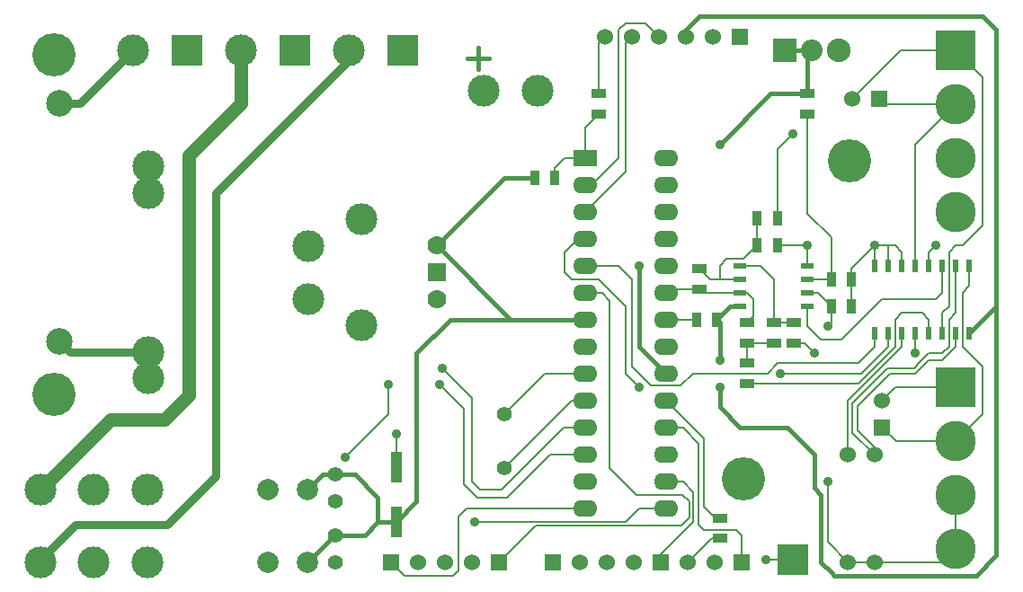
<source format=gtl>
G04 (created by PCBNEW-RS274X (2011-05-25)-stable) date Sun 08 Jan 2012 15:41:42 GMT*
G01*
G70*
G90*
%MOIN*%
G04 Gerber Fmt 3.4, Leading zero omitted, Abs format*
%FSLAX34Y34*%
G04 APERTURE LIST*
%ADD10C,0.006000*%
%ADD11C,0.015000*%
%ADD12C,0.060000*%
%ADD13C,0.055000*%
%ADD14R,0.045000X0.020000*%
%ADD15R,0.020000X0.045000*%
%ADD16R,0.035000X0.055000*%
%ADD17R,0.055000X0.035000*%
%ADD18R,0.118100X0.118100*%
%ADD19C,0.118100*%
%ADD20C,0.080300*%
%ADD21R,0.088200X0.088200*%
%ADD22C,0.088200*%
%ADD23R,0.060000X0.060000*%
%ADD24C,0.070000*%
%ADD25R,0.070000X0.070000*%
%ADD26C,0.056000*%
%ADD27O,0.090000X0.062000*%
%ADD28R,0.090000X0.062000*%
%ADD29C,0.150000*%
%ADD30R,0.150000X0.150000*%
%ADD31R,0.039400X0.118100*%
%ADD32C,0.160000*%
%ADD33C,0.078700*%
%ADD34C,0.098400*%
%ADD35C,0.035000*%
%ADD36C,0.031500*%
%ADD37C,0.015700*%
%ADD38C,0.008000*%
%ADD39C,0.049200*%
G04 APERTURE END LIST*
G54D10*
G54D11*
X55135Y-39903D02*
X55135Y-39103D01*
X54735Y-39503D02*
X55535Y-39503D01*
G54D12*
X69835Y-54203D03*
X69835Y-58203D03*
X68835Y-54203D03*
X68835Y-58203D03*
G54D13*
X49835Y-58203D03*
X49835Y-57203D03*
X49835Y-55953D03*
X49835Y-54953D03*
G54D14*
X64835Y-48703D03*
X64835Y-48203D03*
X64835Y-47703D03*
X64835Y-47203D03*
X67335Y-47203D03*
X67335Y-47703D03*
X67335Y-48203D03*
X67335Y-48703D03*
G54D15*
X73335Y-49703D03*
X72335Y-49703D03*
X71835Y-49703D03*
X71335Y-49703D03*
X70835Y-49703D03*
X70335Y-49703D03*
X69835Y-49703D03*
X69835Y-47203D03*
X70335Y-47203D03*
X70835Y-47203D03*
X71335Y-47203D03*
X71835Y-47203D03*
X72335Y-47203D03*
X72835Y-47203D03*
X73335Y-47203D03*
X72835Y-49703D03*
G54D16*
X66210Y-46453D03*
X65460Y-46453D03*
G54D17*
X63335Y-48078D03*
X63335Y-47328D03*
G54D16*
X66210Y-45453D03*
X65460Y-45453D03*
G54D17*
X67335Y-40828D03*
X67335Y-41578D03*
G54D16*
X68210Y-47703D03*
X68960Y-47703D03*
X68210Y-48703D03*
X68960Y-48703D03*
X57210Y-43953D03*
X57960Y-43953D03*
G54D17*
X64085Y-56578D03*
X64085Y-57328D03*
X59585Y-40828D03*
X59585Y-41578D03*
G54D18*
X48335Y-39203D03*
G54D19*
X46335Y-39203D03*
G54D18*
X52335Y-39203D03*
G54D19*
X50335Y-39203D03*
G54D18*
X44335Y-39203D03*
G54D19*
X42335Y-39203D03*
G54D20*
X67500Y-39200D03*
G54D21*
X66500Y-39200D03*
G54D22*
X68500Y-39200D03*
G54D23*
X61900Y-58200D03*
G54D12*
X60900Y-58200D03*
X59900Y-58200D03*
G54D23*
X64900Y-58200D03*
G54D12*
X63900Y-58200D03*
X62900Y-58200D03*
G54D23*
X51900Y-58200D03*
G54D12*
X52900Y-58200D03*
X53900Y-58200D03*
G54D23*
X55900Y-58200D03*
G54D12*
X54900Y-58200D03*
G54D23*
X57900Y-58200D03*
G54D12*
X58900Y-58200D03*
G54D23*
X64835Y-38703D03*
G54D12*
X63835Y-38703D03*
X62835Y-38703D03*
X61835Y-38703D03*
X60835Y-38703D03*
X59835Y-38703D03*
G54D24*
X53585Y-48453D03*
G54D25*
X53585Y-47453D03*
G54D24*
X53585Y-46453D03*
G54D26*
X56085Y-54703D03*
X56085Y-52703D03*
G54D19*
X57335Y-40703D03*
X55335Y-40703D03*
G54D27*
X59085Y-44203D03*
X59085Y-45203D03*
X59085Y-46203D03*
X59085Y-47203D03*
X59085Y-48203D03*
X59085Y-49203D03*
X59085Y-50203D03*
X59085Y-51203D03*
X59085Y-52203D03*
X59085Y-53203D03*
X59085Y-54203D03*
X59085Y-55203D03*
X59085Y-56203D03*
G54D28*
X59085Y-43203D03*
G54D27*
X62085Y-56203D03*
X62085Y-55203D03*
X62085Y-54203D03*
X62085Y-53203D03*
X62085Y-52203D03*
X62085Y-51203D03*
X62085Y-50203D03*
X62085Y-49203D03*
X62085Y-48203D03*
X62085Y-47203D03*
X62085Y-46203D03*
X62085Y-45203D03*
X62085Y-44203D03*
X62085Y-43203D03*
G54D29*
X72835Y-41203D03*
X72835Y-43203D03*
G54D30*
X72835Y-39203D03*
G54D29*
X72835Y-45203D03*
X72835Y-53703D03*
X72835Y-55703D03*
G54D30*
X72835Y-51703D03*
G54D29*
X72835Y-57703D03*
G54D16*
X63210Y-49203D03*
X63960Y-49203D03*
G54D17*
X65085Y-50828D03*
X65085Y-51578D03*
X66085Y-49328D03*
X66085Y-50078D03*
X66835Y-49328D03*
X66835Y-50078D03*
X65085Y-49328D03*
X65085Y-50078D03*
G54D31*
X52085Y-56711D03*
X52085Y-54695D03*
G54D23*
X70100Y-53200D03*
G54D12*
X70100Y-52200D03*
G54D23*
X70000Y-41000D03*
G54D12*
X69000Y-41000D03*
G54D32*
X39370Y-39370D03*
X68898Y-43307D03*
X64961Y-55118D03*
X39370Y-51969D03*
G54D19*
X42898Y-43516D03*
X42898Y-51390D03*
X50772Y-45484D03*
X50772Y-49422D03*
X42898Y-44500D03*
X42898Y-50406D03*
X48804Y-46469D03*
X48804Y-48437D03*
G54D18*
X66800Y-58100D03*
G54D33*
X48800Y-55500D03*
X47312Y-55500D03*
G54D19*
X42847Y-55500D03*
X40863Y-55500D03*
X38879Y-55500D03*
G54D33*
X48800Y-58200D03*
X47312Y-58200D03*
G54D19*
X42847Y-58200D03*
X40863Y-58200D03*
X38879Y-58200D03*
G54D34*
X39600Y-41171D03*
X39600Y-50029D03*
G54D35*
X64085Y-50703D03*
X64085Y-51703D03*
X61085Y-47203D03*
X64085Y-42703D03*
X61085Y-51703D03*
X66335Y-51203D03*
X55000Y-56700D03*
X71335Y-50453D03*
X68085Y-55203D03*
X68085Y-49453D03*
X72085Y-46453D03*
X53700Y-51600D03*
X51800Y-51600D03*
X50200Y-54300D03*
X53800Y-51000D03*
X65800Y-58100D03*
X52085Y-53453D03*
X67585Y-50453D03*
X67335Y-46453D03*
X69835Y-46453D03*
X66800Y-42300D03*
G54D36*
X39600Y-50029D02*
X39977Y-50406D01*
X39977Y-50406D02*
X42898Y-50406D01*
G54D37*
X48800Y-55500D02*
X49347Y-54953D01*
X49347Y-54953D02*
X49835Y-54953D01*
X51400Y-55800D02*
X51400Y-56722D01*
X50553Y-54953D02*
X51400Y-55800D01*
X49347Y-54953D02*
X50553Y-54953D01*
X51411Y-56711D02*
X51400Y-56722D01*
X51400Y-56722D02*
X50919Y-57203D01*
X49797Y-57203D02*
X48800Y-58200D01*
X50919Y-57203D02*
X49797Y-57203D01*
X51411Y-56711D02*
X52085Y-56711D01*
X68216Y-58584D02*
X68332Y-58700D01*
X68332Y-58700D02*
X73588Y-58700D01*
X67835Y-58203D02*
X67835Y-55703D01*
X66585Y-53203D02*
X64835Y-53203D01*
X67585Y-54203D02*
X66585Y-53203D01*
X67585Y-55453D02*
X67585Y-54203D01*
X67835Y-55703D02*
X67585Y-55453D01*
X52085Y-56711D02*
X52835Y-55961D01*
X54085Y-49203D02*
X56335Y-49203D01*
X52835Y-50453D02*
X54085Y-49203D01*
X52835Y-55961D02*
X52835Y-50453D01*
X59085Y-49203D02*
X56585Y-49203D01*
X56335Y-49203D02*
X53585Y-46453D01*
X56585Y-49203D02*
X56335Y-49203D01*
X53585Y-46453D02*
X56085Y-43953D01*
X56085Y-43953D02*
X57210Y-43953D01*
X63960Y-49203D02*
X64085Y-49328D01*
X64085Y-49328D02*
X64085Y-50703D01*
X64085Y-51703D02*
X64085Y-52453D01*
X64085Y-52453D02*
X64835Y-53203D01*
X74335Y-57953D02*
X74335Y-48703D01*
X73588Y-58700D02*
X74335Y-57953D01*
X67835Y-58203D02*
X68216Y-58584D01*
X73335Y-49703D02*
X74335Y-48703D01*
X62835Y-38453D02*
X62835Y-38703D01*
X74335Y-48703D02*
X74335Y-38453D01*
X74335Y-38453D02*
X73835Y-37953D01*
X73835Y-37953D02*
X63335Y-37953D01*
X63335Y-37953D02*
X62835Y-38453D01*
X63960Y-49203D02*
X64460Y-48703D01*
X64460Y-48703D02*
X64835Y-48703D01*
X67500Y-39200D02*
X67335Y-39365D01*
X67335Y-39365D02*
X67335Y-40828D01*
X66500Y-39200D02*
X67500Y-39200D01*
X61085Y-50203D02*
X62085Y-51203D01*
X61085Y-47203D02*
X61085Y-50203D01*
X67335Y-40828D02*
X65960Y-40828D01*
X65960Y-40828D02*
X64085Y-42703D01*
G54D38*
X58835Y-47703D02*
X58585Y-47703D01*
X58835Y-46203D02*
X59085Y-46203D01*
X58335Y-46703D02*
X58835Y-46203D01*
X58335Y-47453D02*
X58335Y-46703D01*
X58585Y-47703D02*
X58335Y-47453D01*
X70335Y-49703D02*
X70335Y-50203D01*
X59585Y-47703D02*
X58835Y-47703D01*
X60585Y-48703D02*
X59585Y-47703D01*
X60585Y-51203D02*
X60585Y-48703D01*
X61085Y-51703D02*
X60585Y-51203D01*
X69335Y-51203D02*
X66335Y-51203D01*
X70335Y-50203D02*
X69335Y-51203D01*
X69835Y-49703D02*
X69835Y-50203D01*
X69210Y-50828D02*
X68710Y-50828D01*
X69835Y-50203D02*
X69210Y-50828D01*
X65760Y-51203D02*
X65860Y-51203D01*
X66235Y-50828D02*
X68710Y-50828D01*
X65860Y-51203D02*
X66235Y-50828D01*
X64510Y-51203D02*
X65760Y-51203D01*
X64460Y-51203D02*
X64510Y-51203D01*
X61535Y-51653D02*
X62635Y-51653D01*
X63085Y-51203D02*
X62635Y-51653D01*
X64460Y-51203D02*
X63085Y-51203D01*
X60335Y-47203D02*
X59085Y-47203D01*
X60835Y-47703D02*
X60335Y-47203D01*
X60835Y-50953D02*
X60835Y-47703D01*
X61535Y-51653D02*
X60835Y-50953D01*
X61097Y-56203D02*
X62085Y-56203D01*
X60600Y-56700D02*
X61097Y-56203D01*
X55000Y-56700D02*
X60600Y-56700D01*
X51900Y-58200D02*
X52400Y-58700D01*
X54697Y-56203D02*
X59085Y-56203D01*
X54400Y-56500D02*
X54697Y-56203D01*
X54400Y-58500D02*
X54400Y-56500D01*
X54200Y-58700D02*
X54400Y-58500D01*
X52400Y-58700D02*
X54200Y-58700D01*
X59585Y-40828D02*
X59585Y-38953D01*
X59585Y-38953D02*
X59835Y-38703D01*
X71835Y-49703D02*
X71835Y-49203D01*
X69210Y-51578D02*
X65085Y-51578D01*
X70585Y-50203D02*
X69210Y-51578D01*
X70585Y-49203D02*
X70585Y-50203D01*
X70835Y-48953D02*
X70585Y-49203D01*
X71585Y-48953D02*
X70835Y-48953D01*
X71835Y-49203D02*
X71585Y-48953D01*
X72835Y-51703D02*
X70597Y-51703D01*
X70597Y-51703D02*
X70100Y-52200D01*
X71335Y-50453D02*
X71335Y-49703D01*
X68210Y-48703D02*
X68210Y-49328D01*
X68085Y-57453D02*
X68835Y-58203D01*
X68085Y-55203D02*
X68085Y-57453D01*
X68210Y-49328D02*
X68085Y-49453D01*
X68835Y-58203D02*
X69835Y-58203D01*
X69835Y-58203D02*
X72335Y-58203D01*
X72335Y-58203D02*
X72835Y-57703D01*
X72835Y-57703D02*
X72835Y-55703D01*
X68210Y-48703D02*
X67710Y-48203D01*
X67710Y-48203D02*
X67335Y-48203D01*
X72835Y-53703D02*
X70603Y-53703D01*
X70603Y-53703D02*
X70100Y-53200D01*
X72835Y-53703D02*
X73835Y-52703D01*
X73335Y-47953D02*
X73335Y-47203D01*
X73085Y-48203D02*
X73335Y-47953D01*
X73085Y-48453D02*
X73085Y-48203D01*
X73085Y-48703D02*
X73085Y-48453D01*
X73085Y-50203D02*
X73085Y-48703D01*
X73335Y-50453D02*
X73085Y-50203D01*
X73835Y-50953D02*
X73335Y-50453D01*
X73835Y-52703D02*
X73835Y-50953D01*
X72835Y-39203D02*
X70797Y-39203D01*
X70797Y-39203D02*
X69000Y-41000D01*
X72835Y-39203D02*
X73835Y-40203D01*
X72335Y-48953D02*
X72335Y-49703D01*
X72585Y-48703D02*
X72335Y-48953D01*
X72585Y-46703D02*
X72585Y-48703D01*
X72835Y-46453D02*
X72585Y-46703D01*
X73085Y-46453D02*
X72835Y-46453D01*
X73835Y-45703D02*
X73085Y-46453D01*
X73835Y-40203D02*
X73835Y-45703D01*
X72835Y-41203D02*
X70203Y-41203D01*
X70203Y-41203D02*
X70000Y-41000D01*
X72835Y-41203D02*
X71335Y-42703D01*
X71335Y-42703D02*
X71335Y-47203D01*
X69835Y-54203D02*
X69835Y-53935D01*
X70700Y-51200D02*
X70700Y-51203D01*
X70400Y-51200D02*
X70700Y-51200D01*
X69200Y-52400D02*
X70400Y-51200D01*
X69200Y-53300D02*
X69200Y-52400D01*
X69835Y-53935D02*
X69200Y-53300D01*
X70900Y-51000D02*
X71300Y-51000D01*
X69803Y-54203D02*
X69000Y-53400D01*
X69000Y-53400D02*
X69000Y-52300D01*
X69000Y-52300D02*
X70300Y-51000D01*
X70300Y-51000D02*
X70900Y-51000D01*
X69835Y-54203D02*
X69803Y-54203D01*
X71400Y-50900D02*
X71400Y-50888D01*
X71300Y-51000D02*
X71400Y-50900D01*
X72835Y-48953D02*
X72585Y-49203D01*
X72835Y-47203D02*
X72835Y-48953D01*
X71835Y-50453D02*
X71400Y-50888D01*
X72335Y-50453D02*
X71835Y-50453D01*
X72585Y-50203D02*
X72335Y-50453D01*
X72585Y-49203D02*
X72585Y-50203D01*
X70700Y-51203D02*
X71335Y-51203D01*
X72835Y-50203D02*
X72835Y-49703D01*
X72335Y-50703D02*
X72835Y-50203D01*
X71835Y-50703D02*
X72335Y-50703D01*
X71335Y-51203D02*
X71835Y-50703D01*
X70835Y-49703D02*
X70835Y-50203D01*
X68835Y-52203D02*
X68835Y-54203D01*
X70835Y-50203D02*
X68835Y-52203D01*
X71835Y-47203D02*
X71835Y-46703D01*
X71835Y-46703D02*
X72085Y-46453D01*
G54D36*
X38879Y-58200D02*
X38879Y-58121D01*
X50335Y-39565D02*
X50335Y-39203D01*
X45400Y-44500D02*
X50335Y-39565D01*
X45400Y-55000D02*
X45400Y-44500D01*
X43600Y-56800D02*
X45400Y-55000D01*
X40200Y-56800D02*
X43600Y-56800D01*
X38879Y-58121D02*
X40200Y-56800D01*
G54D38*
X57797Y-54203D02*
X59085Y-54203D01*
X56200Y-55800D02*
X57797Y-54203D01*
X55100Y-55800D02*
X56200Y-55800D01*
X54600Y-55300D02*
X55100Y-55800D01*
X54600Y-52500D02*
X54600Y-55300D01*
X53700Y-51600D02*
X54600Y-52500D01*
X51800Y-52700D02*
X51800Y-51600D01*
X50200Y-54300D02*
X51800Y-52700D01*
G54D39*
X38879Y-55500D02*
X38900Y-55500D01*
X46335Y-41165D02*
X46335Y-39203D01*
X44400Y-43100D02*
X46335Y-41165D01*
X44400Y-52000D02*
X44400Y-43100D01*
X43500Y-52900D02*
X44400Y-52000D01*
X41500Y-52900D02*
X43500Y-52900D01*
X38900Y-55500D02*
X41500Y-52900D01*
G54D38*
X58297Y-53203D02*
X59085Y-53203D01*
X56000Y-55500D02*
X58297Y-53203D01*
X55200Y-55500D02*
X56000Y-55500D01*
X54900Y-55200D02*
X55200Y-55500D01*
X54900Y-52100D02*
X54900Y-55200D01*
X53800Y-51000D02*
X54900Y-52100D01*
X59085Y-44203D02*
X59335Y-44203D01*
X61335Y-38203D02*
X61835Y-38703D01*
X60585Y-38203D02*
X61335Y-38203D01*
X60335Y-38453D02*
X60585Y-38203D01*
X60335Y-43203D02*
X60335Y-38453D01*
X59335Y-44203D02*
X60335Y-43203D01*
X55900Y-58200D02*
X57238Y-56862D01*
X59703Y-48203D02*
X59085Y-48203D01*
X60000Y-48500D02*
X59703Y-48203D01*
X60000Y-54700D02*
X60000Y-48500D01*
X61000Y-55700D02*
X60000Y-54700D01*
X62700Y-55700D02*
X61000Y-55700D01*
X62938Y-55938D02*
X62700Y-55700D01*
X62938Y-56562D02*
X62938Y-55938D01*
X62638Y-56862D02*
X62938Y-56562D01*
X57238Y-56862D02*
X62638Y-56862D01*
X61900Y-58200D02*
X61900Y-57900D01*
X62703Y-55203D02*
X62085Y-55203D01*
X63100Y-55600D02*
X62703Y-55203D01*
X63100Y-56700D02*
X63100Y-55600D01*
X61900Y-57900D02*
X63100Y-56700D01*
X59085Y-45203D02*
X60585Y-43703D01*
X60585Y-38953D02*
X60835Y-38703D01*
X60585Y-43703D02*
X60585Y-38953D01*
X64085Y-56578D02*
X63928Y-56578D01*
X63500Y-56150D02*
X63500Y-53618D01*
X63928Y-56578D02*
X63500Y-56150D01*
X63500Y-53618D02*
X62085Y-52203D01*
X64900Y-58200D02*
X64900Y-57200D01*
X62703Y-53203D02*
X62085Y-53203D01*
X63300Y-53800D02*
X62703Y-53203D01*
X63300Y-56800D02*
X63300Y-53800D01*
X63500Y-57000D02*
X63300Y-56800D01*
X64700Y-57000D02*
X63500Y-57000D01*
X64900Y-57200D02*
X64700Y-57000D01*
X59085Y-51203D02*
X57585Y-51203D01*
X57585Y-51203D02*
X56085Y-52703D01*
X59085Y-52203D02*
X58585Y-52203D01*
X58585Y-52203D02*
X56085Y-54703D01*
X65085Y-49328D02*
X65335Y-49078D01*
X65085Y-48203D02*
X64835Y-48203D01*
X65335Y-48453D02*
X65085Y-48203D01*
X65335Y-49078D02*
X65335Y-48453D01*
X64835Y-48203D02*
X63460Y-48203D01*
X63460Y-48203D02*
X63335Y-48078D01*
X63335Y-48078D02*
X62210Y-48078D01*
X62210Y-48078D02*
X62085Y-48203D01*
X65800Y-58100D02*
X66800Y-58100D01*
X52085Y-54695D02*
X52085Y-53453D01*
X67585Y-50453D02*
X67210Y-50078D01*
X67210Y-50078D02*
X66835Y-50078D01*
X68960Y-48703D02*
X68960Y-47703D01*
X68960Y-47703D02*
X68960Y-47328D01*
X68960Y-47328D02*
X69835Y-46453D01*
X69835Y-47203D02*
X69835Y-46453D01*
X69835Y-46453D02*
X70335Y-46453D01*
X70335Y-47203D02*
X70335Y-46453D01*
X70835Y-47203D02*
X70835Y-46703D01*
X70585Y-46453D02*
X70335Y-46453D01*
X70835Y-46703D02*
X70585Y-46453D01*
X67335Y-47203D02*
X67335Y-46453D01*
X67335Y-46453D02*
X66210Y-46453D01*
X63210Y-49203D02*
X62085Y-49203D01*
X67335Y-42950D02*
X67335Y-45285D01*
X67335Y-45285D02*
X68210Y-46160D01*
X67335Y-41578D02*
X67335Y-42950D01*
X68210Y-46160D02*
X68210Y-47703D01*
X68210Y-47703D02*
X67335Y-47703D01*
X64085Y-57328D02*
X63772Y-57328D01*
X63772Y-57328D02*
X62900Y-58200D01*
X66085Y-49328D02*
X66835Y-49328D01*
X66085Y-49328D02*
X66085Y-47703D01*
X65585Y-47203D02*
X64835Y-47203D01*
X66085Y-47703D02*
X65585Y-47203D01*
G54D36*
X42335Y-39203D02*
X40367Y-41171D01*
X40367Y-41171D02*
X39600Y-41171D01*
G54D38*
X59085Y-43203D02*
X59085Y-42078D01*
X59085Y-42078D02*
X59585Y-41578D01*
X57960Y-43953D02*
X57960Y-43578D01*
X58335Y-43203D02*
X59085Y-43203D01*
X57960Y-43578D02*
X58335Y-43203D01*
X67335Y-48703D02*
X67335Y-49453D01*
X72335Y-48203D02*
X72335Y-47203D01*
X72085Y-48453D02*
X72335Y-48203D01*
X70085Y-48453D02*
X72085Y-48453D01*
X68585Y-49953D02*
X70085Y-48453D01*
X67835Y-49953D02*
X68585Y-49953D01*
X67335Y-49453D02*
X67835Y-49953D01*
X66210Y-45453D02*
X66210Y-42890D01*
X66210Y-42890D02*
X66800Y-42300D01*
X65085Y-50828D02*
X65085Y-50078D01*
X65085Y-50078D02*
X66085Y-50078D01*
X64085Y-47703D02*
X64085Y-47203D01*
X64960Y-46953D02*
X65460Y-46453D01*
X64335Y-46953D02*
X64960Y-46953D01*
X64085Y-47203D02*
X64335Y-46953D01*
X65460Y-46453D02*
X65460Y-45453D01*
X63335Y-47328D02*
X63710Y-47703D01*
X63710Y-47703D02*
X64085Y-47703D01*
X64085Y-47703D02*
X64835Y-47703D01*
M02*

</source>
